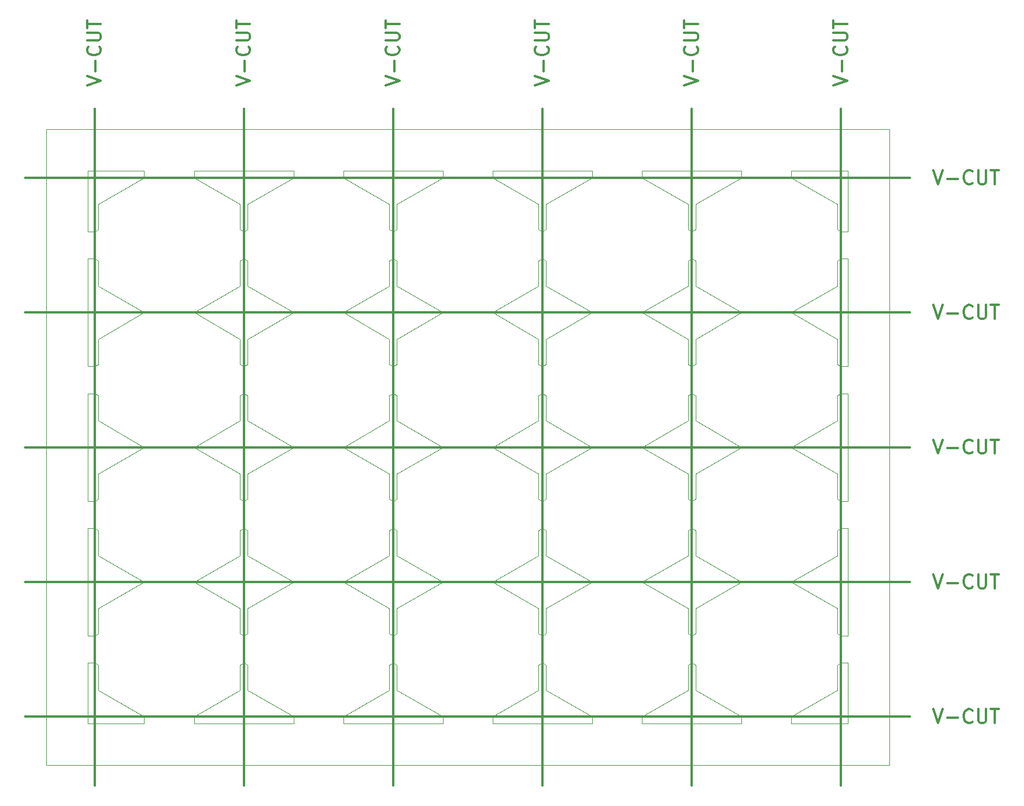
<source format=gbr>
%TF.GenerationSoftware,KiCad,Pcbnew,8.0.4*%
%TF.CreationDate,2024-10-23T13:10:21+11:00*%
%TF.ProjectId,panel,70616e65-6c2e-46b6-9963-61645f706362,rev?*%
%TF.SameCoordinates,Original*%
%TF.FileFunction,Profile,NP*%
%FSLAX46Y46*%
G04 Gerber Fmt 4.6, Leading zero omitted, Abs format (unit mm)*
G04 Created by KiCad (PCBNEW 8.0.4) date 2024-10-23 13:10:21*
%MOMM*%
%LPD*%
G01*
G04 APERTURE LIST*
%TA.AperFunction,Profile*%
%ADD10C,0.100000*%
%TD*%
%TA.AperFunction,Profile*%
%ADD11C,0.300000*%
%TD*%
%ADD12C,0.300000*%
G04 APERTURE END LIST*
D10*
X14187495Y-6000500D02*
X6000000Y-6000500D01*
X35787495Y-6000500D02*
X21412505Y-6000500D01*
X57387495Y-6000500D02*
X43012505Y-6000500D01*
X78987495Y-6000500D02*
X64612505Y-6000500D01*
X100587495Y-6000500D02*
X86212505Y-6000500D01*
D11*
X-3000000Y-46000000D02*
X125000000Y-46000000D01*
X28600000Y3000000D02*
X28600000Y-95000000D01*
X-3000000Y-7000000D02*
X125000000Y-7000000D01*
X-3000000Y-85000000D02*
X125000000Y-85000000D01*
X7000000Y3000000D02*
X7000000Y-95000000D01*
X115000000Y3000000D02*
X115000000Y-95000000D01*
X-3000000Y-65500000D02*
X125000000Y-65500000D01*
X71800000Y3000000D02*
X71800000Y-95000000D01*
X93400000Y3000000D02*
X93400000Y-95000000D01*
X50200000Y3000000D02*
X50200000Y-95000000D01*
X-3000000Y-26500000D02*
X125000000Y-26500000D01*
D10*
X29150000Y-10832160D02*
X29150000Y-14469466D01*
X71250000Y-30332160D02*
X64612505Y-26500000D01*
X29150000Y-38530534D02*
X29150000Y-42167840D01*
X50200000Y-86000000D02*
X43012505Y-86000000D01*
X49650000Y-33969466D02*
X49650000Y-30332160D01*
X93950000Y-33969466D02*
X93400000Y-34287009D01*
X49650000Y-77530534D02*
X50200000Y-77212991D01*
X0Y-92000000D02*
X122000000Y-92000000D01*
X100587495Y-6000500D02*
X100587495Y-7000000D01*
X14187495Y-85000000D02*
X14187495Y-86000000D01*
X28050000Y-49832160D02*
X21412505Y-46000000D01*
X93950000Y-30332160D02*
X93950000Y-33969466D01*
X64612505Y-46000000D02*
X71250000Y-42167840D01*
X86212505Y-65500000D02*
X92850000Y-61667840D01*
X116000000Y-14787009D02*
X115000000Y-14787009D01*
X50750000Y-58030534D02*
X50750000Y-61667840D01*
X21412505Y-65500000D02*
X28050000Y-61667840D01*
X92850000Y-10832160D02*
X86212505Y-7000000D01*
X7550000Y-10832160D02*
X7550000Y-14469466D01*
X71800000Y-53787009D02*
X71250000Y-53469466D01*
X21412505Y-7000000D02*
X21412505Y-6000500D01*
X7550000Y-81167840D02*
X14187495Y-85000000D01*
X92850000Y-81167840D02*
X92850000Y-77530534D01*
X93950000Y-10832160D02*
X93950000Y-14469466D01*
X7550000Y-14469466D02*
X7000000Y-14787009D01*
X7550000Y-61667840D02*
X14187495Y-65500000D01*
X86212505Y-86000000D02*
X86212505Y-85000000D01*
X29150000Y-30332160D02*
X29150000Y-33969466D01*
X72350000Y-58030534D02*
X72350000Y-61667840D01*
X72350000Y-14469466D02*
X71800000Y-14787009D01*
X72350000Y-69332160D02*
X72350000Y-72969466D01*
X28600000Y-86000000D02*
X21412505Y-86000000D01*
X6000000Y-53787009D02*
X6000000Y-46000000D01*
X14187495Y-65500000D02*
X7550000Y-69332160D01*
X28050000Y-19030534D02*
X28600000Y-18712991D01*
X57387495Y-86000000D02*
X50200000Y-86000000D01*
X114450000Y-30332160D02*
X107812505Y-26500000D01*
X93400000Y-38212991D02*
X93950000Y-38530534D01*
X72350000Y-22667840D02*
X78987495Y-26500000D01*
X114450000Y-69332160D02*
X107812505Y-65500000D01*
X49650000Y-69332160D02*
X43012505Y-65500000D01*
X100587495Y-26500000D02*
X93950000Y-30332160D01*
X114450000Y-42167840D02*
X114450000Y-38530534D01*
X28050000Y-61667840D02*
X28050000Y-58030534D01*
X115000000Y-73287009D02*
X114450000Y-72969466D01*
X78987495Y-86000000D02*
X71800000Y-86000000D01*
X86212505Y-26500000D02*
X92850000Y-22667840D01*
X50750000Y-77530534D02*
X50750000Y-81167840D01*
X0Y0D02*
X0Y-92000000D01*
X29150000Y-61667840D02*
X35787495Y-65500000D01*
X50750000Y-61667840D02*
X57387495Y-65500000D01*
X28600000Y-77212991D02*
X29150000Y-77530534D01*
X6000000Y-38212991D02*
X7000000Y-38212991D01*
X50200000Y-34287009D02*
X49650000Y-33969466D01*
X50200000Y-77212991D02*
X50750000Y-77530534D01*
X72350000Y-42167840D02*
X78987495Y-46000000D01*
X71800000Y-57712991D02*
X72350000Y-58030534D01*
X29150000Y-77530534D02*
X29150000Y-81167840D01*
X28050000Y-22667840D02*
X28050000Y-19030534D01*
X93950000Y-49832160D02*
X93950000Y-53469466D01*
X7550000Y-77530534D02*
X7550000Y-81167840D01*
X93950000Y-72969466D02*
X93400000Y-73287009D01*
X92850000Y-14469466D02*
X92850000Y-10832160D01*
X57387495Y-26500000D02*
X50750000Y-30332160D01*
X49650000Y-38530534D02*
X50200000Y-38212991D01*
X115000000Y-77212991D02*
X116000000Y-77212991D01*
X50750000Y-69332160D02*
X50750000Y-72969466D01*
X7000000Y-34287009D02*
X6000000Y-34287009D01*
X6000000Y-46000000D02*
X6000000Y-38212991D01*
X35787495Y-86000000D02*
X28600000Y-86000000D01*
X92850000Y-30332160D02*
X86212505Y-26500000D01*
X29150000Y-72969466D02*
X28600000Y-73287009D01*
X86212505Y-46000000D02*
X92850000Y-42167840D01*
X92850000Y-42167840D02*
X92850000Y-38530534D01*
X71800000Y-14787009D02*
X71250000Y-14469466D01*
X50750000Y-22667840D02*
X57387495Y-26500000D01*
X93950000Y-58030534D02*
X93950000Y-61667840D01*
X14187495Y-26500000D02*
X7550000Y-30332160D01*
X93400000Y-86000000D02*
X86212505Y-86000000D01*
X93950000Y-42167840D02*
X100587495Y-46000000D01*
X71250000Y-22667840D02*
X71250000Y-19030534D01*
X7550000Y-30332160D02*
X7550000Y-33969466D01*
X116000000Y-6000500D02*
X116000000Y-14787009D01*
X72350000Y-38530534D02*
X72350000Y-42167840D01*
X116000000Y-65500000D02*
X116000000Y-73287009D01*
X93950000Y-81167840D02*
X100587495Y-85000000D01*
X92850000Y-69332160D02*
X86212505Y-65500000D01*
X71250000Y-53469466D02*
X71250000Y-49832160D01*
X6000000Y-26500000D02*
X6000000Y-18712991D01*
X21412505Y-85000000D02*
X28050000Y-81167840D01*
X100587495Y-85000000D02*
X100587495Y-86000000D01*
X116000000Y-86000000D02*
X107812505Y-86000000D01*
X7550000Y-22667840D02*
X14187495Y-26500000D01*
X78987495Y-6000500D02*
X78987495Y-7000000D01*
X35787495Y-85000000D02*
X35787495Y-86000000D01*
X7550000Y-42167840D02*
X14187495Y-46000000D01*
X7550000Y-49832160D02*
X7550000Y-53469466D01*
X50750000Y-30332160D02*
X50750000Y-33969466D01*
X7000000Y-57712991D02*
X7550000Y-58030534D01*
X28050000Y-72969466D02*
X28050000Y-69332160D01*
X92850000Y-53469466D02*
X92850000Y-49832160D01*
X21412505Y-86000000D02*
X21412505Y-85000000D01*
X29150000Y-69332160D02*
X29150000Y-72969466D01*
X93400000Y-57712991D02*
X93950000Y-58030534D01*
X28600000Y-34287009D02*
X28050000Y-33969466D01*
X116000000Y-77212991D02*
X116000000Y-86000000D01*
X93950000Y-61667840D02*
X100587495Y-65500000D01*
X7550000Y-72969466D02*
X7000000Y-73287009D01*
X50200000Y-73287009D02*
X49650000Y-72969466D01*
X93400000Y-73287009D02*
X92850000Y-72969466D01*
X35787495Y-7000000D02*
X29150000Y-10832160D01*
X7550000Y-19030534D02*
X7550000Y-22667840D01*
X21412505Y-26500000D02*
X28050000Y-22667840D01*
X93950000Y-69332160D02*
X93950000Y-72969466D01*
X72350000Y-30332160D02*
X72350000Y-33969466D01*
X64612505Y-85000000D02*
X71250000Y-81167840D01*
X14187495Y-86000000D02*
X6000000Y-86000000D01*
X43012505Y-7000000D02*
X43012505Y-6000500D01*
X49650000Y-19030534D02*
X50200000Y-18712991D01*
X28050000Y-77530534D02*
X28600000Y-77212991D01*
X64612505Y-86000000D02*
X64612505Y-85000000D01*
X107812505Y-86000000D02*
X107812505Y-85000000D01*
X114450000Y-38530534D02*
X115000000Y-38212991D01*
X71250000Y-72969466D02*
X71250000Y-69332160D01*
X7550000Y-69332160D02*
X7550000Y-72969466D01*
X93950000Y-77530534D02*
X93950000Y-81167840D01*
X50750000Y-53469466D02*
X50200000Y-53787009D01*
X6000000Y-14787009D02*
X6000000Y-6000500D01*
X7000000Y-73287009D02*
X6000000Y-73287009D01*
X64612505Y-7000000D02*
X64612505Y-6000500D01*
X49650000Y-72969466D02*
X49650000Y-69332160D01*
X115000000Y-53787009D02*
X114450000Y-53469466D01*
X93400000Y-34287009D02*
X92850000Y-33969466D01*
X114450000Y-53469466D02*
X114450000Y-49832160D01*
X35787495Y-65500000D02*
X29150000Y-69332160D01*
X14187495Y-46000000D02*
X7550000Y-49832160D01*
X6000000Y-77212991D02*
X7000000Y-77212991D01*
X35787495Y-6000500D02*
X35787495Y-7000000D01*
X50750000Y-49832160D02*
X50750000Y-53469466D01*
X107812505Y-26500000D02*
X114450000Y-22667840D01*
X115000000Y-34287009D02*
X114450000Y-33969466D01*
X43012505Y-26500000D02*
X49650000Y-22667840D01*
X43012505Y-65500000D02*
X49650000Y-61667840D01*
X28600000Y-73287009D02*
X28050000Y-72969466D01*
X50750000Y-42167840D02*
X57387495Y-46000000D01*
X7000000Y-53787009D02*
X6000000Y-53787009D01*
X28050000Y-69332160D02*
X21412505Y-65500000D01*
X71250000Y-14469466D02*
X71250000Y-10832160D01*
X78987495Y-46000000D02*
X72350000Y-49832160D01*
X92850000Y-58030534D02*
X93400000Y-57712991D01*
X28050000Y-81167840D02*
X28050000Y-77530534D01*
X49650000Y-81167840D02*
X49650000Y-77530534D01*
X93400000Y-53787009D02*
X92850000Y-53469466D01*
X29150000Y-49832160D02*
X29150000Y-53469466D01*
X6000000Y-34287009D02*
X6000000Y-26500000D01*
X7000000Y-14787009D02*
X6000000Y-14787009D01*
X14187495Y-6000500D02*
X14187495Y-7000000D01*
X72350000Y-49832160D02*
X72350000Y-53469466D01*
X114450000Y-22667840D02*
X114450000Y-19030534D01*
X72350000Y-33969466D02*
X71800000Y-34287009D01*
X78987495Y-65500000D02*
X72350000Y-69332160D01*
X43012505Y-46000000D02*
X49650000Y-42167840D01*
X21412505Y-46000000D02*
X28050000Y-42167840D01*
X71250000Y-81167840D02*
X71250000Y-77530534D01*
X115000000Y-14787009D02*
X114450000Y-14469466D01*
X100587495Y-7000000D02*
X93950000Y-10832160D01*
X50200000Y-38212991D02*
X50750000Y-38530534D01*
X28050000Y-14469466D02*
X28050000Y-10832160D01*
X7000000Y-18712991D02*
X7550000Y-19030534D01*
X29150000Y-42167840D02*
X35787495Y-46000000D01*
X107812505Y-85000000D02*
X114450000Y-81167840D01*
X28050000Y-53469466D02*
X28050000Y-49832160D01*
X116000000Y-34287009D02*
X115000000Y-34287009D01*
X93950000Y-19030534D02*
X93950000Y-22667840D01*
X49650000Y-30332160D02*
X43012505Y-26500000D01*
X29150000Y-53469466D02*
X28600000Y-53787009D01*
X116000000Y-53787009D02*
X115000000Y-53787009D01*
X29150000Y-58030534D02*
X29150000Y-61667840D01*
X50750000Y-72969466D02*
X50200000Y-73287009D01*
X7000000Y-77212991D02*
X7550000Y-77530534D01*
X71250000Y-19030534D02*
X71800000Y-18712991D01*
X57387495Y-6000500D02*
X57387495Y-7000000D01*
X28050000Y-38530534D02*
X28600000Y-38212991D01*
X28600000Y-18712991D02*
X29150000Y-19030534D01*
X92850000Y-72969466D02*
X92850000Y-69332160D01*
X71800000Y-34287009D02*
X71250000Y-33969466D01*
X93400000Y-14787009D02*
X92850000Y-14469466D01*
X114450000Y-61667840D02*
X114450000Y-58030534D01*
X107812505Y-6000500D02*
X116000000Y-6000500D01*
X114450000Y-33969466D02*
X114450000Y-30332160D01*
X72350000Y-19030534D02*
X72350000Y-22667840D01*
X57387495Y-85000000D02*
X57387495Y-86000000D01*
X50750000Y-38530534D02*
X50750000Y-42167840D01*
X122000000Y0D02*
X0Y0D01*
X71800000Y-38212991D02*
X72350000Y-38530534D01*
X49650000Y-61667840D02*
X49650000Y-58030534D01*
X7550000Y-33969466D02*
X7000000Y-34287009D01*
X115000000Y-38212991D02*
X116000000Y-38212991D01*
X7550000Y-58030534D02*
X7550000Y-61667840D01*
X28600000Y-53787009D02*
X28050000Y-53469466D01*
X107812505Y-7000000D02*
X107812505Y-6000500D01*
X50750000Y-14469466D02*
X50200000Y-14787009D01*
X71250000Y-58030534D02*
X71800000Y-57712991D01*
X71250000Y-10832160D02*
X64612505Y-7000000D01*
X57387495Y-7000000D02*
X50750000Y-10832160D01*
X116000000Y-57712991D02*
X116000000Y-65500000D01*
X6000000Y-65500000D02*
X6000000Y-57712991D01*
X29150000Y-81167840D02*
X35787495Y-85000000D01*
X92850000Y-49832160D02*
X86212505Y-46000000D01*
X122000000Y-92000000D02*
X122000000Y0D01*
X49650000Y-22667840D02*
X49650000Y-19030534D01*
X7550000Y-53469466D02*
X7000000Y-53787009D01*
X35787495Y-46000000D02*
X29150000Y-49832160D01*
X78987495Y-26500000D02*
X72350000Y-30332160D01*
X28050000Y-42167840D02*
X28050000Y-38530534D01*
X78987495Y-85000000D02*
X78987495Y-86000000D01*
X116000000Y-26500000D02*
X116000000Y-34287009D01*
X29150000Y-33969466D02*
X28600000Y-34287009D01*
X50750000Y-10832160D02*
X50750000Y-14469466D01*
X93950000Y-38530534D02*
X93950000Y-42167840D01*
X72350000Y-81167840D02*
X78987495Y-85000000D01*
X72350000Y-77530534D02*
X72350000Y-81167840D01*
X28600000Y-57712991D02*
X29150000Y-58030534D01*
X72350000Y-61667840D02*
X78987495Y-65500000D01*
X72350000Y-53469466D02*
X71800000Y-53787009D01*
X100587495Y-46000000D02*
X93950000Y-49832160D01*
X107812505Y-46000000D02*
X114450000Y-42167840D01*
X72350000Y-10832160D02*
X72350000Y-14469466D01*
X49650000Y-49832160D02*
X43012505Y-46000000D01*
X116000000Y-18712991D02*
X116000000Y-26500000D01*
X71250000Y-38530534D02*
X71800000Y-38212991D01*
X43012505Y-85000000D02*
X49650000Y-81167840D01*
X7000000Y-38212991D02*
X7550000Y-38530534D01*
X92850000Y-77530534D02*
X93400000Y-77212991D01*
X35787495Y-26500000D02*
X29150000Y-30332160D01*
X92850000Y-22667840D02*
X92850000Y-19030534D01*
X49650000Y-58030534D02*
X50200000Y-57712991D01*
X6000000Y-18712991D02*
X7000000Y-18712991D01*
X29150000Y-22667840D02*
X35787495Y-26500000D01*
X93950000Y-53469466D02*
X93400000Y-53787009D01*
X6000000Y-73287009D02*
X6000000Y-65500000D01*
X57387495Y-65500000D02*
X50750000Y-69332160D01*
X29150000Y-14469466D02*
X28600000Y-14787009D01*
X71250000Y-69332160D02*
X64612505Y-65500000D01*
X29150000Y-19030534D02*
X29150000Y-22667840D01*
X93950000Y-22667840D02*
X100587495Y-26500000D01*
X71250000Y-33969466D02*
X71250000Y-30332160D01*
X100587495Y-65500000D02*
X93950000Y-69332160D01*
X28050000Y-33969466D02*
X28050000Y-30332160D01*
X71250000Y-49832160D02*
X64612505Y-46000000D01*
X92850000Y-61667840D02*
X92850000Y-58030534D01*
X71250000Y-77530534D02*
X71800000Y-77212991D01*
X50750000Y-19030534D02*
X50750000Y-22667840D01*
X93400000Y-18712991D02*
X93950000Y-19030534D01*
X92850000Y-33969466D02*
X92850000Y-30332160D01*
X114450000Y-14469466D02*
X114450000Y-10832160D01*
X72350000Y-72969466D02*
X71800000Y-73287009D01*
X114450000Y-58030534D02*
X115000000Y-57712991D01*
X28050000Y-10832160D02*
X21412505Y-7000000D01*
X114450000Y-77530534D02*
X115000000Y-77212991D01*
X86212505Y-85000000D02*
X92850000Y-81167840D01*
X49650000Y-10832160D02*
X43012505Y-7000000D01*
X71800000Y-86000000D02*
X64612505Y-86000000D01*
X114450000Y-72969466D02*
X114450000Y-69332160D01*
X107812505Y-65500000D02*
X114450000Y-61667840D01*
X71800000Y-73287009D02*
X71250000Y-72969466D01*
X116000000Y-73287009D02*
X115000000Y-73287009D01*
X6000000Y-86000000D02*
X6000000Y-77212991D01*
X49650000Y-53469466D02*
X49650000Y-49832160D01*
X92850000Y-38530534D02*
X93400000Y-38212991D01*
X78987495Y-7000000D02*
X72350000Y-10832160D01*
X49650000Y-14469466D02*
X49650000Y-10832160D01*
X50750000Y-81167840D02*
X57387495Y-85000000D01*
X86212505Y-7000000D02*
X86212505Y-6000500D01*
X50200000Y-18712991D02*
X50750000Y-19030534D01*
X57387495Y-46000000D02*
X50750000Y-49832160D01*
X50200000Y-14787009D02*
X49650000Y-14469466D01*
X115000000Y-18712991D02*
X116000000Y-18712991D01*
X28050000Y-58030534D02*
X28600000Y-57712991D01*
X93950000Y-14469466D02*
X93400000Y-14787009D01*
X28600000Y-38212991D02*
X29150000Y-38530534D01*
X14187495Y-7000000D02*
X7550000Y-10832160D01*
X50750000Y-33969466D02*
X50200000Y-34287009D01*
X114450000Y-49832160D02*
X107812505Y-46000000D01*
X116000000Y-38212991D02*
X116000000Y-46000000D01*
X71800000Y-77212991D02*
X72350000Y-77530534D01*
X114450000Y-19030534D02*
X115000000Y-18712991D01*
X114450000Y-81167840D02*
X114450000Y-77530534D01*
X64612505Y-65500000D02*
X71250000Y-61667840D01*
X115000000Y-57712991D02*
X116000000Y-57712991D01*
X64612505Y-26500000D02*
X71250000Y-22667840D01*
X71250000Y-61667840D02*
X71250000Y-58030534D01*
X71250000Y-42167840D02*
X71250000Y-38530534D01*
X49650000Y-42167840D02*
X49650000Y-38530534D01*
X93400000Y-77212991D02*
X93950000Y-77530534D01*
X7550000Y-38530534D02*
X7550000Y-42167840D01*
X50200000Y-53787009D02*
X49650000Y-53469466D01*
X43012505Y-86000000D02*
X43012505Y-85000000D01*
X116000000Y-46000000D02*
X116000000Y-53787009D01*
X28050000Y-30332160D02*
X21412505Y-26500000D01*
X114450000Y-10832160D02*
X107812505Y-7000000D01*
X50200000Y-57712991D02*
X50750000Y-58030534D01*
X92850000Y-19030534D02*
X93400000Y-18712991D01*
X28600000Y-14787009D02*
X28050000Y-14469466D01*
X6000000Y-57712991D02*
X7000000Y-57712991D01*
X100587495Y-86000000D02*
X93400000Y-86000000D01*
X71800000Y-18712991D02*
X72350000Y-19030534D01*
D12*
X70709638Y6387845D02*
X72709638Y7054511D01*
X72709638Y7054511D02*
X70709638Y7721178D01*
X71947733Y8387845D02*
X71947733Y9911654D01*
X72519161Y12006892D02*
X72614400Y11911654D01*
X72614400Y11911654D02*
X72709638Y11625940D01*
X72709638Y11625940D02*
X72709638Y11435464D01*
X72709638Y11435464D02*
X72614400Y11149749D01*
X72614400Y11149749D02*
X72423923Y10959273D01*
X72423923Y10959273D02*
X72233447Y10864035D01*
X72233447Y10864035D02*
X71852495Y10768797D01*
X71852495Y10768797D02*
X71566780Y10768797D01*
X71566780Y10768797D02*
X71185828Y10864035D01*
X71185828Y10864035D02*
X70995352Y10959273D01*
X70995352Y10959273D02*
X70804876Y11149749D01*
X70804876Y11149749D02*
X70709638Y11435464D01*
X70709638Y11435464D02*
X70709638Y11625940D01*
X70709638Y11625940D02*
X70804876Y11911654D01*
X70804876Y11911654D02*
X70900114Y12006892D01*
X70709638Y12864035D02*
X72328685Y12864035D01*
X72328685Y12864035D02*
X72519161Y12959273D01*
X72519161Y12959273D02*
X72614400Y13054511D01*
X72614400Y13054511D02*
X72709638Y13244987D01*
X72709638Y13244987D02*
X72709638Y13625940D01*
X72709638Y13625940D02*
X72614400Y13816416D01*
X72614400Y13816416D02*
X72519161Y13911654D01*
X72519161Y13911654D02*
X72328685Y14006892D01*
X72328685Y14006892D02*
X70709638Y14006892D01*
X70709638Y14673559D02*
X70709638Y15816416D01*
X72709638Y15244987D02*
X70709638Y15244987D01*
X49109638Y6387845D02*
X51109638Y7054511D01*
X51109638Y7054511D02*
X49109638Y7721178D01*
X50347733Y8387845D02*
X50347733Y9911654D01*
X50919161Y12006892D02*
X51014400Y11911654D01*
X51014400Y11911654D02*
X51109638Y11625940D01*
X51109638Y11625940D02*
X51109638Y11435464D01*
X51109638Y11435464D02*
X51014400Y11149749D01*
X51014400Y11149749D02*
X50823923Y10959273D01*
X50823923Y10959273D02*
X50633447Y10864035D01*
X50633447Y10864035D02*
X50252495Y10768797D01*
X50252495Y10768797D02*
X49966780Y10768797D01*
X49966780Y10768797D02*
X49585828Y10864035D01*
X49585828Y10864035D02*
X49395352Y10959273D01*
X49395352Y10959273D02*
X49204876Y11149749D01*
X49204876Y11149749D02*
X49109638Y11435464D01*
X49109638Y11435464D02*
X49109638Y11625940D01*
X49109638Y11625940D02*
X49204876Y11911654D01*
X49204876Y11911654D02*
X49300114Y12006892D01*
X49109638Y12864035D02*
X50728685Y12864035D01*
X50728685Y12864035D02*
X50919161Y12959273D01*
X50919161Y12959273D02*
X51014400Y13054511D01*
X51014400Y13054511D02*
X51109638Y13244987D01*
X51109638Y13244987D02*
X51109638Y13625940D01*
X51109638Y13625940D02*
X51014400Y13816416D01*
X51014400Y13816416D02*
X50919161Y13911654D01*
X50919161Y13911654D02*
X50728685Y14006892D01*
X50728685Y14006892D02*
X49109638Y14006892D01*
X49109638Y14673559D02*
X49109638Y15816416D01*
X51109638Y15244987D02*
X49109638Y15244987D01*
X128387844Y-44909638D02*
X129054510Y-46909638D01*
X129054510Y-46909638D02*
X129721177Y-44909638D01*
X130387844Y-46147733D02*
X131911654Y-46147733D01*
X134006891Y-46719161D02*
X133911653Y-46814400D01*
X133911653Y-46814400D02*
X133625939Y-46909638D01*
X133625939Y-46909638D02*
X133435463Y-46909638D01*
X133435463Y-46909638D02*
X133149748Y-46814400D01*
X133149748Y-46814400D02*
X132959272Y-46623923D01*
X132959272Y-46623923D02*
X132864034Y-46433447D01*
X132864034Y-46433447D02*
X132768796Y-46052495D01*
X132768796Y-46052495D02*
X132768796Y-45766780D01*
X132768796Y-45766780D02*
X132864034Y-45385828D01*
X132864034Y-45385828D02*
X132959272Y-45195352D01*
X132959272Y-45195352D02*
X133149748Y-45004876D01*
X133149748Y-45004876D02*
X133435463Y-44909638D01*
X133435463Y-44909638D02*
X133625939Y-44909638D01*
X133625939Y-44909638D02*
X133911653Y-45004876D01*
X133911653Y-45004876D02*
X134006891Y-45100114D01*
X134864034Y-44909638D02*
X134864034Y-46528685D01*
X134864034Y-46528685D02*
X134959272Y-46719161D01*
X134959272Y-46719161D02*
X135054510Y-46814400D01*
X135054510Y-46814400D02*
X135244986Y-46909638D01*
X135244986Y-46909638D02*
X135625939Y-46909638D01*
X135625939Y-46909638D02*
X135816415Y-46814400D01*
X135816415Y-46814400D02*
X135911653Y-46719161D01*
X135911653Y-46719161D02*
X136006891Y-46528685D01*
X136006891Y-46528685D02*
X136006891Y-44909638D01*
X136673558Y-44909638D02*
X137816415Y-44909638D01*
X137244986Y-46909638D02*
X137244986Y-44909638D01*
X5909638Y6387845D02*
X7909638Y7054511D01*
X7909638Y7054511D02*
X5909638Y7721178D01*
X7147733Y8387845D02*
X7147733Y9911654D01*
X7719161Y12006892D02*
X7814400Y11911654D01*
X7814400Y11911654D02*
X7909638Y11625940D01*
X7909638Y11625940D02*
X7909638Y11435464D01*
X7909638Y11435464D02*
X7814400Y11149749D01*
X7814400Y11149749D02*
X7623923Y10959273D01*
X7623923Y10959273D02*
X7433447Y10864035D01*
X7433447Y10864035D02*
X7052495Y10768797D01*
X7052495Y10768797D02*
X6766780Y10768797D01*
X6766780Y10768797D02*
X6385828Y10864035D01*
X6385828Y10864035D02*
X6195352Y10959273D01*
X6195352Y10959273D02*
X6004876Y11149749D01*
X6004876Y11149749D02*
X5909638Y11435464D01*
X5909638Y11435464D02*
X5909638Y11625940D01*
X5909638Y11625940D02*
X6004876Y11911654D01*
X6004876Y11911654D02*
X6100114Y12006892D01*
X5909638Y12864035D02*
X7528685Y12864035D01*
X7528685Y12864035D02*
X7719161Y12959273D01*
X7719161Y12959273D02*
X7814400Y13054511D01*
X7814400Y13054511D02*
X7909638Y13244987D01*
X7909638Y13244987D02*
X7909638Y13625940D01*
X7909638Y13625940D02*
X7814400Y13816416D01*
X7814400Y13816416D02*
X7719161Y13911654D01*
X7719161Y13911654D02*
X7528685Y14006892D01*
X7528685Y14006892D02*
X5909638Y14006892D01*
X5909638Y14673559D02*
X5909638Y15816416D01*
X7909638Y15244987D02*
X5909638Y15244987D01*
X128387844Y-83909638D02*
X129054510Y-85909638D01*
X129054510Y-85909638D02*
X129721177Y-83909638D01*
X130387844Y-85147733D02*
X131911654Y-85147733D01*
X134006891Y-85719161D02*
X133911653Y-85814400D01*
X133911653Y-85814400D02*
X133625939Y-85909638D01*
X133625939Y-85909638D02*
X133435463Y-85909638D01*
X133435463Y-85909638D02*
X133149748Y-85814400D01*
X133149748Y-85814400D02*
X132959272Y-85623923D01*
X132959272Y-85623923D02*
X132864034Y-85433447D01*
X132864034Y-85433447D02*
X132768796Y-85052495D01*
X132768796Y-85052495D02*
X132768796Y-84766780D01*
X132768796Y-84766780D02*
X132864034Y-84385828D01*
X132864034Y-84385828D02*
X132959272Y-84195352D01*
X132959272Y-84195352D02*
X133149748Y-84004876D01*
X133149748Y-84004876D02*
X133435463Y-83909638D01*
X133435463Y-83909638D02*
X133625939Y-83909638D01*
X133625939Y-83909638D02*
X133911653Y-84004876D01*
X133911653Y-84004876D02*
X134006891Y-84100114D01*
X134864034Y-83909638D02*
X134864034Y-85528685D01*
X134864034Y-85528685D02*
X134959272Y-85719161D01*
X134959272Y-85719161D02*
X135054510Y-85814400D01*
X135054510Y-85814400D02*
X135244986Y-85909638D01*
X135244986Y-85909638D02*
X135625939Y-85909638D01*
X135625939Y-85909638D02*
X135816415Y-85814400D01*
X135816415Y-85814400D02*
X135911653Y-85719161D01*
X135911653Y-85719161D02*
X136006891Y-85528685D01*
X136006891Y-85528685D02*
X136006891Y-83909638D01*
X136673558Y-83909638D02*
X137816415Y-83909638D01*
X137244986Y-85909638D02*
X137244986Y-83909638D01*
X113909638Y6387845D02*
X115909638Y7054511D01*
X115909638Y7054511D02*
X113909638Y7721178D01*
X115147733Y8387845D02*
X115147733Y9911654D01*
X115719161Y12006892D02*
X115814400Y11911654D01*
X115814400Y11911654D02*
X115909638Y11625940D01*
X115909638Y11625940D02*
X115909638Y11435464D01*
X115909638Y11435464D02*
X115814400Y11149749D01*
X115814400Y11149749D02*
X115623923Y10959273D01*
X115623923Y10959273D02*
X115433447Y10864035D01*
X115433447Y10864035D02*
X115052495Y10768797D01*
X115052495Y10768797D02*
X114766780Y10768797D01*
X114766780Y10768797D02*
X114385828Y10864035D01*
X114385828Y10864035D02*
X114195352Y10959273D01*
X114195352Y10959273D02*
X114004876Y11149749D01*
X114004876Y11149749D02*
X113909638Y11435464D01*
X113909638Y11435464D02*
X113909638Y11625940D01*
X113909638Y11625940D02*
X114004876Y11911654D01*
X114004876Y11911654D02*
X114100114Y12006892D01*
X113909638Y12864035D02*
X115528685Y12864035D01*
X115528685Y12864035D02*
X115719161Y12959273D01*
X115719161Y12959273D02*
X115814400Y13054511D01*
X115814400Y13054511D02*
X115909638Y13244987D01*
X115909638Y13244987D02*
X115909638Y13625940D01*
X115909638Y13625940D02*
X115814400Y13816416D01*
X115814400Y13816416D02*
X115719161Y13911654D01*
X115719161Y13911654D02*
X115528685Y14006892D01*
X115528685Y14006892D02*
X113909638Y14006892D01*
X113909638Y14673559D02*
X113909638Y15816416D01*
X115909638Y15244987D02*
X113909638Y15244987D01*
X128387844Y-5909638D02*
X129054510Y-7909638D01*
X129054510Y-7909638D02*
X129721177Y-5909638D01*
X130387844Y-7147733D02*
X131911654Y-7147733D01*
X134006891Y-7719161D02*
X133911653Y-7814400D01*
X133911653Y-7814400D02*
X133625939Y-7909638D01*
X133625939Y-7909638D02*
X133435463Y-7909638D01*
X133435463Y-7909638D02*
X133149748Y-7814400D01*
X133149748Y-7814400D02*
X132959272Y-7623923D01*
X132959272Y-7623923D02*
X132864034Y-7433447D01*
X132864034Y-7433447D02*
X132768796Y-7052495D01*
X132768796Y-7052495D02*
X132768796Y-6766780D01*
X132768796Y-6766780D02*
X132864034Y-6385828D01*
X132864034Y-6385828D02*
X132959272Y-6195352D01*
X132959272Y-6195352D02*
X133149748Y-6004876D01*
X133149748Y-6004876D02*
X133435463Y-5909638D01*
X133435463Y-5909638D02*
X133625939Y-5909638D01*
X133625939Y-5909638D02*
X133911653Y-6004876D01*
X133911653Y-6004876D02*
X134006891Y-6100114D01*
X134864034Y-5909638D02*
X134864034Y-7528685D01*
X134864034Y-7528685D02*
X134959272Y-7719161D01*
X134959272Y-7719161D02*
X135054510Y-7814400D01*
X135054510Y-7814400D02*
X135244986Y-7909638D01*
X135244986Y-7909638D02*
X135625939Y-7909638D01*
X135625939Y-7909638D02*
X135816415Y-7814400D01*
X135816415Y-7814400D02*
X135911653Y-7719161D01*
X135911653Y-7719161D02*
X136006891Y-7528685D01*
X136006891Y-7528685D02*
X136006891Y-5909638D01*
X136673558Y-5909638D02*
X137816415Y-5909638D01*
X137244986Y-7909638D02*
X137244986Y-5909638D01*
X128387844Y-64409638D02*
X129054510Y-66409638D01*
X129054510Y-66409638D02*
X129721177Y-64409638D01*
X130387844Y-65647733D02*
X131911654Y-65647733D01*
X134006891Y-66219161D02*
X133911653Y-66314400D01*
X133911653Y-66314400D02*
X133625939Y-66409638D01*
X133625939Y-66409638D02*
X133435463Y-66409638D01*
X133435463Y-66409638D02*
X133149748Y-66314400D01*
X133149748Y-66314400D02*
X132959272Y-66123923D01*
X132959272Y-66123923D02*
X132864034Y-65933447D01*
X132864034Y-65933447D02*
X132768796Y-65552495D01*
X132768796Y-65552495D02*
X132768796Y-65266780D01*
X132768796Y-65266780D02*
X132864034Y-64885828D01*
X132864034Y-64885828D02*
X132959272Y-64695352D01*
X132959272Y-64695352D02*
X133149748Y-64504876D01*
X133149748Y-64504876D02*
X133435463Y-64409638D01*
X133435463Y-64409638D02*
X133625939Y-64409638D01*
X133625939Y-64409638D02*
X133911653Y-64504876D01*
X133911653Y-64504876D02*
X134006891Y-64600114D01*
X134864034Y-64409638D02*
X134864034Y-66028685D01*
X134864034Y-66028685D02*
X134959272Y-66219161D01*
X134959272Y-66219161D02*
X135054510Y-66314400D01*
X135054510Y-66314400D02*
X135244986Y-66409638D01*
X135244986Y-66409638D02*
X135625939Y-66409638D01*
X135625939Y-66409638D02*
X135816415Y-66314400D01*
X135816415Y-66314400D02*
X135911653Y-66219161D01*
X135911653Y-66219161D02*
X136006891Y-66028685D01*
X136006891Y-66028685D02*
X136006891Y-64409638D01*
X136673558Y-64409638D02*
X137816415Y-64409638D01*
X137244986Y-66409638D02*
X137244986Y-64409638D01*
X27509638Y6387845D02*
X29509638Y7054511D01*
X29509638Y7054511D02*
X27509638Y7721178D01*
X28747733Y8387845D02*
X28747733Y9911654D01*
X29319161Y12006892D02*
X29414400Y11911654D01*
X29414400Y11911654D02*
X29509638Y11625940D01*
X29509638Y11625940D02*
X29509638Y11435464D01*
X29509638Y11435464D02*
X29414400Y11149749D01*
X29414400Y11149749D02*
X29223923Y10959273D01*
X29223923Y10959273D02*
X29033447Y10864035D01*
X29033447Y10864035D02*
X28652495Y10768797D01*
X28652495Y10768797D02*
X28366780Y10768797D01*
X28366780Y10768797D02*
X27985828Y10864035D01*
X27985828Y10864035D02*
X27795352Y10959273D01*
X27795352Y10959273D02*
X27604876Y11149749D01*
X27604876Y11149749D02*
X27509638Y11435464D01*
X27509638Y11435464D02*
X27509638Y11625940D01*
X27509638Y11625940D02*
X27604876Y11911654D01*
X27604876Y11911654D02*
X27700114Y12006892D01*
X27509638Y12864035D02*
X29128685Y12864035D01*
X29128685Y12864035D02*
X29319161Y12959273D01*
X29319161Y12959273D02*
X29414400Y13054511D01*
X29414400Y13054511D02*
X29509638Y13244987D01*
X29509638Y13244987D02*
X29509638Y13625940D01*
X29509638Y13625940D02*
X29414400Y13816416D01*
X29414400Y13816416D02*
X29319161Y13911654D01*
X29319161Y13911654D02*
X29128685Y14006892D01*
X29128685Y14006892D02*
X27509638Y14006892D01*
X27509638Y14673559D02*
X27509638Y15816416D01*
X29509638Y15244987D02*
X27509638Y15244987D01*
X128387844Y-25409638D02*
X129054510Y-27409638D01*
X129054510Y-27409638D02*
X129721177Y-25409638D01*
X130387844Y-26647733D02*
X131911654Y-26647733D01*
X134006891Y-27219161D02*
X133911653Y-27314400D01*
X133911653Y-27314400D02*
X133625939Y-27409638D01*
X133625939Y-27409638D02*
X133435463Y-27409638D01*
X133435463Y-27409638D02*
X133149748Y-27314400D01*
X133149748Y-27314400D02*
X132959272Y-27123923D01*
X132959272Y-27123923D02*
X132864034Y-26933447D01*
X132864034Y-26933447D02*
X132768796Y-26552495D01*
X132768796Y-26552495D02*
X132768796Y-26266780D01*
X132768796Y-26266780D02*
X132864034Y-25885828D01*
X132864034Y-25885828D02*
X132959272Y-25695352D01*
X132959272Y-25695352D02*
X133149748Y-25504876D01*
X133149748Y-25504876D02*
X133435463Y-25409638D01*
X133435463Y-25409638D02*
X133625939Y-25409638D01*
X133625939Y-25409638D02*
X133911653Y-25504876D01*
X133911653Y-25504876D02*
X134006891Y-25600114D01*
X134864034Y-25409638D02*
X134864034Y-27028685D01*
X134864034Y-27028685D02*
X134959272Y-27219161D01*
X134959272Y-27219161D02*
X135054510Y-27314400D01*
X135054510Y-27314400D02*
X135244986Y-27409638D01*
X135244986Y-27409638D02*
X135625939Y-27409638D01*
X135625939Y-27409638D02*
X135816415Y-27314400D01*
X135816415Y-27314400D02*
X135911653Y-27219161D01*
X135911653Y-27219161D02*
X136006891Y-27028685D01*
X136006891Y-27028685D02*
X136006891Y-25409638D01*
X136673558Y-25409638D02*
X137816415Y-25409638D01*
X137244986Y-27409638D02*
X137244986Y-25409638D01*
X92309638Y6387845D02*
X94309638Y7054511D01*
X94309638Y7054511D02*
X92309638Y7721178D01*
X93547733Y8387845D02*
X93547733Y9911654D01*
X94119161Y12006892D02*
X94214400Y11911654D01*
X94214400Y11911654D02*
X94309638Y11625940D01*
X94309638Y11625940D02*
X94309638Y11435464D01*
X94309638Y11435464D02*
X94214400Y11149749D01*
X94214400Y11149749D02*
X94023923Y10959273D01*
X94023923Y10959273D02*
X93833447Y10864035D01*
X93833447Y10864035D02*
X93452495Y10768797D01*
X93452495Y10768797D02*
X93166780Y10768797D01*
X93166780Y10768797D02*
X92785828Y10864035D01*
X92785828Y10864035D02*
X92595352Y10959273D01*
X92595352Y10959273D02*
X92404876Y11149749D01*
X92404876Y11149749D02*
X92309638Y11435464D01*
X92309638Y11435464D02*
X92309638Y11625940D01*
X92309638Y11625940D02*
X92404876Y11911654D01*
X92404876Y11911654D02*
X92500114Y12006892D01*
X92309638Y12864035D02*
X93928685Y12864035D01*
X93928685Y12864035D02*
X94119161Y12959273D01*
X94119161Y12959273D02*
X94214400Y13054511D01*
X94214400Y13054511D02*
X94309638Y13244987D01*
X94309638Y13244987D02*
X94309638Y13625940D01*
X94309638Y13625940D02*
X94214400Y13816416D01*
X94214400Y13816416D02*
X94119161Y13911654D01*
X94119161Y13911654D02*
X93928685Y14006892D01*
X93928685Y14006892D02*
X92309638Y14006892D01*
X92309638Y14673559D02*
X92309638Y15816416D01*
X94309638Y15244987D02*
X92309638Y15244987D01*
M02*

</source>
